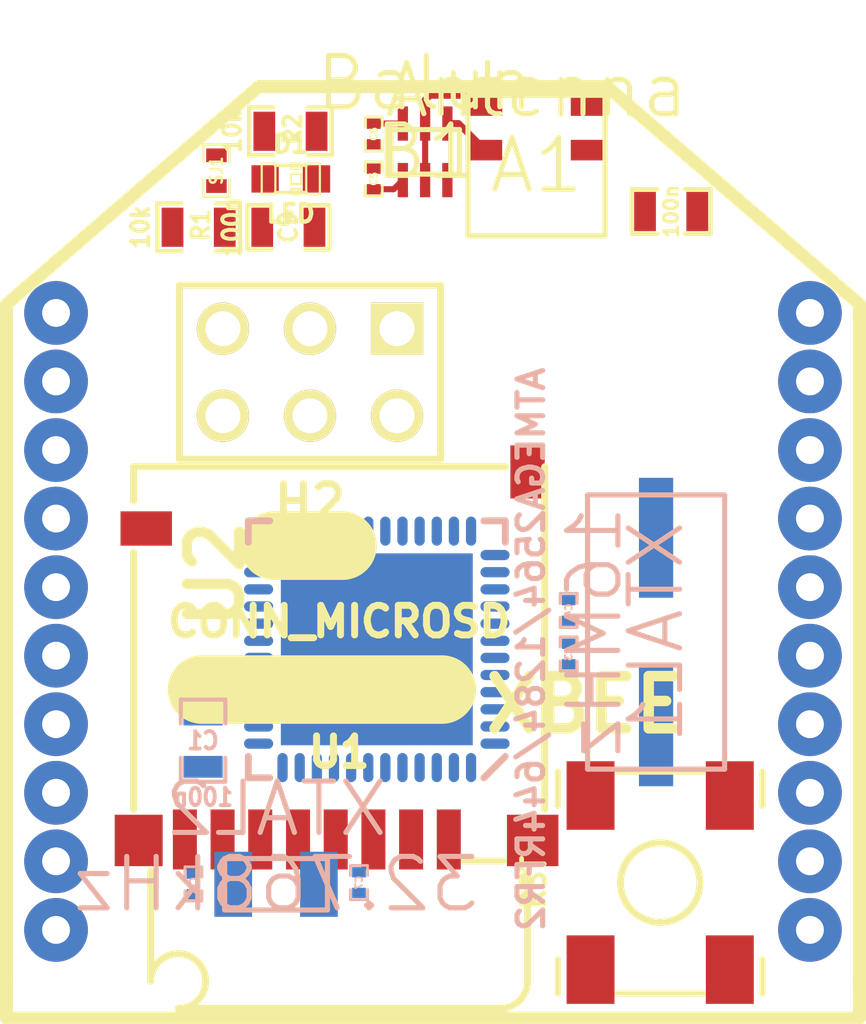
<source format=kicad_pcb>
(kicad_pcb (version 3) (host pcbnew "(2013-mar-13)-testing")

  (general
    (links 75)
    (no_connects 70)
    (area 135.750299 96.28 161.429701 126.377701)
    (thickness 1.6)
    (drawings 0)
    (tracks 11)
    (zones 0)
    (modules 22)
    (nets 52)
  )

  (page A4)
  (layers
    (15 F.Cu signal)
    (0 B.Cu signal)
    (16 B.Adhes user hide)
    (17 F.Adhes user hide)
    (18 B.Paste user)
    (19 F.Paste user)
    (20 B.SilkS user)
    (21 F.SilkS user)
    (22 B.Mask user)
    (23 F.Mask user hide)
    (24 Dwgs.User user hide)
    (25 Cmts.User user hide)
    (26 Eco1.User user hide)
    (27 Eco2.User user hide)
    (28 Edge.Cuts user hide)
  )

  (setup
    (last_trace_width 0.2032)
    (trace_clearance 0.2032)
    (zone_clearance 0.508)
    (zone_45_only yes)
    (trace_min 0.1778)
    (segment_width 0.2)
    (edge_width 0.15)
    (via_size 0.889)
    (via_drill 0.635)
    (via_min_size 0.889)
    (via_min_drill 0.508)
    (uvia_size 0.508)
    (uvia_drill 0.127)
    (uvias_allowed yes)
    (uvia_min_size 0.508)
    (uvia_min_drill 0.127)
    (pcb_text_width 0.3)
    (pcb_text_size 1.5 1.5)
    (mod_edge_width 0.15)
    (mod_text_size 1.5 1.5)
    (mod_text_width 0.15)
    (pad_size 1.85928 1.85928)
    (pad_drill 0.8128)
    (pad_to_mask_clearance 0.2)
    (aux_axis_origin 0 0)
    (visible_elements FFFFE71F)
    (pcbplotparams
      (layerselection 3178497)
      (usegerberextensions true)
      (excludeedgelayer true)
      (linewidth 0.150000)
      (plotframeref false)
      (viasonmask false)
      (mode 1)
      (useauxorigin false)
      (hpglpennumber 1)
      (hpglpenspeed 20)
      (hpglpendiameter 15)
      (hpglpenoverlay 2)
      (psnegative false)
      (psa4output false)
      (plotreference true)
      (plotvalue true)
      (plotothertext true)
      (plotinvisibletext false)
      (padsonsilk false)
      (subtractmaskfromsilk false)
      (outputformat 1)
      (mirror false)
      (drillshape 1)
      (scaleselection 1)
      (outputdirectory ""))
  )

  (net 0 "")
  (net 1 +3.3V)
  (net 2 GND)
  (net 3 MISO)
  (net 4 MOSI)
  (net 5 N-000001)
  (net 6 N-0000012)
  (net 7 N-0000016)
  (net 8 N-0000017)
  (net 9 N-0000018)
  (net 10 N-0000019)
  (net 11 N-0000024)
  (net 12 N-0000025)
  (net 13 N-0000027)
  (net 14 N-0000028)
  (net 15 N-0000032)
  (net 16 N-0000035)
  (net 17 N-0000036)
  (net 18 N-0000037)
  (net 19 N-0000038)
  (net 20 N-0000039)
  (net 21 N-000004)
  (net 22 N-0000040)
  (net 23 N-0000041)
  (net 24 N-0000042)
  (net 25 N-0000043)
  (net 26 N-0000044)
  (net 27 N-0000049)
  (net 28 N-000005)
  (net 29 N-0000050)
  (net 30 N-0000052)
  (net 31 NC)
  (net 32 PB4)
  (net 33 PB5)
  (net 34 PB6)
  (net 35 PE2)
  (net 36 PE3)
  (net 37 PE4)
  (net 38 PE5)
  (net 39 PF0)
  (net 40 PF1)
  (net 41 PF2)
  (net 42 PF3-4)
  (net 43 PF5)
  (net 44 PF6)
  (net 45 PF7)
  (net 46 RX)
  (net 47 Reset)
  (net 48 SCK)
  (net 49 SCL)
  (net 50 SDA)
  (net 51 TX)

  (net_class Default "This is the default net class."
    (clearance 0.2032)
    (trace_width 0.2032)
    (via_dia 0.889)
    (via_drill 0.635)
    (uvia_dia 0.508)
    (uvia_drill 0.127)
    (add_net "")
    (add_net +3.3V)
    (add_net GND)
    (add_net N-000001)
    (add_net N-0000012)
    (add_net N-0000017)
    (add_net N-0000018)
    (add_net N-0000019)
    (add_net N-0000024)
    (add_net N-0000025)
    (add_net N-0000027)
    (add_net N-0000028)
    (add_net N-0000032)
    (add_net N-0000035)
    (add_net N-0000036)
    (add_net N-0000037)
    (add_net N-0000038)
    (add_net N-0000039)
    (add_net N-000004)
    (add_net N-0000040)
    (add_net N-0000041)
    (add_net N-0000042)
    (add_net N-0000043)
    (add_net N-0000044)
    (add_net N-0000049)
    (add_net N-000005)
    (add_net N-0000052)
    (add_net NC)
    (add_net PB6)
    (add_net PE2)
    (add_net PF0)
    (add_net PF1)
    (add_net PF2)
    (add_net PF3-4)
    (add_net PF5)
    (add_net PF6)
    (add_net PF7)
    (add_net Reset)
    (add_net SCK)
    (add_net SCL)
    (add_net SDA)
  )

  (net_class uCPad ""
    (clearance 0.1778)
    (trace_width 0.1778)
    (via_dia 0.889)
    (via_drill 0.635)
    (uvia_dia 0.508)
    (uvia_drill 0.127)
    (add_net MISO)
    (add_net MOSI)
    (add_net N-0000016)
    (add_net N-0000050)
    (add_net PB4)
    (add_net PB5)
    (add_net PE3)
    (add_net PE4)
    (add_net PE5)
    (add_net RX)
    (add_net TX)
  )

  (module Switch_SMT_EVQ (layer F.Cu) (tedit 51C3E7B6) (tstamp 51C3A765)
    (at 155.22 122.03 90)
    (descr "EVQ-Q2F03W Compatible")
    (tags "Switch SMT")
    (path /51BB1BEA)
    (attr smd)
    (fp_text reference SW1 (at 0 0 90) (layer F.SilkS) hide
      (effects (font (size 0.7112 0.4572) (thickness 0.1016)))
    )
    (fp_text value RST (at 0 -3.683 90) (layer F.SilkS)
      (effects (font (size 0.6604 0.5588) (thickness 0.1397)))
    )
    (fp_line (start -2.24028 2.98704) (end -3.23596 2.98704) (layer F.SilkS) (width 0.1778))
    (fp_line (start 3.23596 2.98704) (end 2.24028 2.98704) (layer F.SilkS) (width 0.1778))
    (fp_line (start -3.23596 -2.98704) (end -2.24028 -2.98704) (layer F.SilkS) (width 0.1778))
    (fp_line (start 3.23596 -2.98704) (end 2.24028 -2.98704) (layer F.SilkS) (width 0.1778))
    (fp_line (start -3.23596 -1.2446) (end -3.23596 1.2446) (layer F.SilkS) (width 0.1778))
    (fp_line (start 3.23596 1.2446) (end 3.23596 -1.2446) (layer F.SilkS) (width 0.1778))
    (fp_circle (center 0 0) (end 1.143 0.1905) (layer F.SilkS) (width 0.2032))
    (pad "" smd rect (at 2.54 -2.032 90) (size 1.99898 1.39954)
      (layers F.Cu F.Paste F.Mask)
    )
    (pad "" smd rect (at 2.54 2.032 90) (size 1.99898 1.39954)
      (layers F.Cu F.Paste F.Mask)
    )
    (pad 1 smd rect (at -2.54 -2.032 90) (size 1.99898 1.39954)
      (layers F.Cu F.Paste F.Mask)
      (net 2 GND)
    )
    (pad 2 smd rect (at -2.54 2.032 90) (size 1.99898 1.39954)
      (layers F.Cu F.Paste F.Mask)
      (net 47 Reset)
    )
  )

  (module Memory_Card_microSD_DM3D-SF-NCPads (layer F.Cu) (tedit 51C16CE3) (tstamp 51BB2D3E)
    (at 145.85 121.4)
    (tags "Hirose DM3D-SF CONN microSD R/A Push-Pull SMD")
    (path /51BAA75F)
    (attr smd)
    (fp_text reference U1 (at 0 -3.175) (layer F.SilkS)
      (effects (font (size 0.8636 0.8636) (thickness 0.2032)))
    )
    (fp_text value CONN_MICROSD (at 0 -6.985) (layer F.SilkS)
      (effects (font (size 0.8636 0.8636) (thickness 0.2032)))
    )
    (fp_line (start -5.99948 -11.50112) (end 4.84886 -11.50112) (layer F.SilkS) (width 0.2032))
    (fp_arc (start -4.69646 3.5052) (end -5.49656 3.5052) (angle 270) (layer F.SilkS) (width 0.2032))
    (fp_line (start -5.99948 -7.00024) (end -5.99948 -8.99922) (layer F.SilkS) (width 0.2032))
    (fp_line (start 5.99948 -9.6012) (end 5.99948 -1.50114) (layer F.SilkS) (width 0.2032))
    (fp_line (start 5.4991 3.50012) (end 5.4991 0.29972) (layer F.SilkS) (width 0.2032))
    (fp_line (start -4.699 4.30022) (end 4.699 4.30022) (layer F.SilkS) (width 0.2032))
    (fp_line (start -5.4991 3.50012) (end -5.4991 0.29972) (layer F.SilkS) (width 0.2032))
    (fp_arc (start 4.70154 3.50266) (end 5.50164 3.50266) (angle 90) (layer F.SilkS) (width 0.2032))
    (fp_line (start 4.8006 0) (end 3.64998 0) (layer F.SilkS) (width 0.2032))
    (fp_line (start 5.99948 -9.99998) (end 5.99948 -9.64946) (layer F.SilkS) (width 0.2032))
    (fp_line (start 5.99948 -9.99998) (end 5.99948 -11.50112) (layer F.SilkS) (width 0.2032))
    (fp_line (start -5.99948 -10.50036) (end -5.99948 -11.50112) (layer F.SilkS) (width 0.2032))
    (fp_line (start -5.99948 -1.50114) (end -5.99948 -7.00024) (layer F.SilkS) (width 0.2032))
    (fp_line (start -1.89992 -9.19988) (end 0.09906 -9.19988) (layer F.SilkS) (width 1.99898))
    (fp_line (start 2.99974 -5.00126) (end -4.0005 -5.00126) (layer F.SilkS) (width 1.99898))
    (pad 1 smd rect (at 3.2004 -0.62738) (size 0.70104 1.75006)
      (layers F.Cu F.Paste F.Mask)
      (net 28 N-000005)
    )
    (pad 2 smd rect (at 2.10058 -0.62738) (size 0.70104 1.75006)
      (layers F.Cu F.Paste F.Mask)
      (net 35 PE2)
    )
    (pad 3 smd rect (at 1.00076 -0.62738) (size 0.70104 1.75006)
      (layers F.Cu F.Paste F.Mask)
      (net 4 MOSI)
    )
    (pad 4 smd rect (at -0.09906 -0.62738) (size 0.70104 1.75006)
      (layers F.Cu F.Paste F.Mask)
      (net 1 +3.3V)
    )
    (pad 5 smd rect (at -1.19888 -0.62738) (size 0.70104 1.75006)
      (layers F.Cu F.Paste F.Mask)
      (net 48 SCK)
    )
    (pad 6 smd rect (at -2.30124 -0.62738) (size 0.70104 1.75006)
      (layers F.Cu F.Paste F.Mask)
      (net 2 GND)
    )
    (pad 7 smd rect (at -3.40106 -0.62738) (size 0.70104 1.75006)
      (layers F.Cu F.Paste F.Mask)
      (net 3 MISO)
    )
    (pad 8 smd rect (at -4.50088 -0.62738) (size 0.70104 1.75006)
      (layers F.Cu F.Paste F.Mask)
      (net 5 N-000001)
    )
    (pad 10 smd rect (at 5.64896 -0.59944) (size 1.50114 1.50114)
      (layers F.Cu F.Paste F.Mask)
    )
    (pad 9 smd rect (at -5.84962 -0.59944) (size 1.39954 1.50114)
      (layers F.Cu F.Paste F.Mask)
      (net 2 GND)
    )
    (pad 10 smd rect (at -5.62864 -9.70026) (size 1.50114 1.00076)
      (layers F.Cu F.Paste F.Mask)
    )
    (pad 10 smd rect (at 5.4991 -11.35126) (size 1.00076 1.5494)
      (layers F.Cu F.Paste F.Mask)
    )
  )

  (module XBee_Board (layer F.Cu) (tedit 51BF01EB) (tstamp 51C06545)
    (at 148.59 105.41)
    (path /51BAD430)
    (fp_text reference U2 (at -6.35 7.62 90) (layer F.SilkS)
      (effects (font (thickness 0.3048)))
    )
    (fp_text value XBEE (at 4.445 11.43) (layer F.SilkS)
      (effects (font (thickness 0.3048)))
    )
    (fp_line (start -12.446 19.558) (end -12.446 20.574) (layer F.SilkS) (width 0.381))
    (fp_line (start 12.446 19.558) (end 12.446 20.574) (layer F.SilkS) (width 0.381))
    (fp_line (start -12.446 19.558) (end -12.446 -0.254) (layer F.SilkS) (width 0.381))
    (fp_line (start 12.446 0) (end 12.446 -0.254) (layer F.SilkS) (width 0.381))
    (fp_line (start 12.446 19.558) (end 12.446 0) (layer F.SilkS) (width 0.381))
    (fp_line (start -12.446 20.574) (end 12.446 20.574) (layer F.SilkS) (width 0.381))
    (fp_line (start 12.446 -0.254) (end 5.08 -6.604) (layer F.SilkS) (width 0.381))
    (fp_line (start -12.446 -0.254) (end -5.08 -6.604) (layer F.SilkS) (width 0.381))
    (fp_line (start -5.08 -6.604) (end 5.08 -6.604) (layer F.SilkS) (width 0.381))
    (pad 20 thru_hole circle (at 11.00074 0) (size 1.85928 1.85928) (drill 0.8128)
      (layers *.Cu)
      (net 39 PF0)
    )
    (pad 16 thru_hole circle (at 11.00074 8.001) (size 1.85928 1.85928) (drill 0.8128)
      (layers *.Cu)
      (net 44 PF6)
    )
    (pad 14 thru_hole circle (at 11.00074 11.99896) (size 1.85928 1.85928) (drill 0.8128)
      (layers *.Cu)
      (net 38 PE5)
    )
    (pad 15 thru_hole circle (at 11.00074 9.99998) (size 1.85928 1.85928) (drill 0.8128)
      (layers *.Cu)
      (net 43 PF5)
    )
    (pad 18 thru_hole circle (at 11.00074 4.0005) (size 1.85928 1.85928) (drill 0.8128)
      (layers *.Cu)
      (net 41 PF2)
    )
    (pad 17 thru_hole circle (at 11.00074 5.99948) (size 1.85928 1.85928) (drill 0.8128)
      (layers *.Cu)
      (net 42 PF3-4)
    )
    (pad 19 thru_hole circle (at 11.00074 1.99898) (size 1.85928 1.85928) (drill 0.8128)
      (layers *.Cu)
      (net 40 PF1)
    )
    (pad 12 thru_hole circle (at 11.00074 15.99946) (size 1.85928 1.85928) (drill 0.8128)
      (layers *.Cu)
      (net 45 PF7)
    )
    (pad 11 thru_hole circle (at 11.00074 18.00098) (size 1.85928 1.85928) (drill 0.8128)
      (layers *.Cu)
      (net 37 PE4)
    )
    (pad 13 thru_hole circle (at 11.00074 14.00048) (size 1.85928 1.85928) (drill 0.8128)
      (layers *.Cu)
      (net 49 SCL)
    )
    (pad 8 thru_hole circle (at -11.00074 14.00048) (size 1.85928 1.85928) (drill 0.8128)
      (layers *.Cu)
      (net 31 NC)
    )
    (pad 10 thru_hole circle (at -11.00074 18.00098) (size 1.85928 1.85928) (drill 0.8128)
      (layers *.Cu)
      (net 2 GND)
    )
    (pad 9 thru_hole circle (at -11.00074 15.99946) (size 1.85928 1.85928) (drill 0.8128)
      (layers *.Cu)
      (net 50 SDA)
    )
    (pad 2 thru_hole circle (at -11.00074 1.99898) (size 1.85928 1.85928) (drill 0.8128)
      (layers *.Cu)
      (net 51 TX)
    )
    (pad 4 thru_hole circle (at -11.00074 5.99948) (size 1.85928 1.85928) (drill 0.8128)
      (layers *.Cu)
      (net 34 PB6)
    )
    (pad 3 thru_hole circle (at -11.00074 4.0005) (size 1.85928 1.85928) (drill 0.8128)
      (layers *.Cu)
      (net 46 RX)
    )
    (pad 6 thru_hole circle (at -11.00074 9.99998) (size 1.85928 1.85928) (drill 0.8128)
      (layers *.Cu)
      (net 33 PB5)
    )
    (pad 7 thru_hole circle (at -11.00074 11.99896) (size 1.85928 1.85928) (drill 0.8128)
      (layers *.Cu)
      (net 32 PB4)
    )
    (pad 5 thru_hole circle (at -11.00074 8.001) (size 1.85928 1.85928) (drill 0.8128)
      (layers *.Cu)
      (net 47 Reset)
    )
    (pad 1 thru_hole circle (at -11.00074 0) (size 1.85928 1.85928) (drill 0.8128)
      (layers *.Cu)
      (net 1 +3.3V)
    )
    (model Radio/Xbee_patch.wrl
      (at (xyz 0 0 0))
      (scale (xyz 1 1 1))
      (rotate (xyz 270 0 0))
    )
  )

  (module 0603_Opendous (layer F.Cu) (tedit 4D41427C) (tstamp 51BB2BFF)
    (at 155.54 102.45)
    (path /51BB0317)
    (attr smd)
    (fp_text reference C2 (at 0.32512 0 90) (layer F.SilkS) hide
      (effects (font (size 0.127 0.127) (thickness 0.00254)))
    )
    (fp_text value 100n (at 0 0 90) (layer F.SilkS)
      (effects (font (size 0.4064 0.4064) (thickness 0.1016)))
    )
    (fp_line (start -0.39878 -0.65024) (end -1.15062 -0.65024) (layer F.SilkS) (width 0.127))
    (fp_line (start -1.15062 -0.65024) (end -1.15062 0.65024) (layer F.SilkS) (width 0.127))
    (fp_line (start -1.15062 0.65024) (end -0.39878 0.65024) (layer F.SilkS) (width 0.127))
    (fp_line (start 1.15062 -0.65024) (end 1.15062 0.65024) (layer F.SilkS) (width 0.127))
    (fp_line (start 1.15062 -0.65024) (end 0.39878 -0.65024) (layer F.SilkS) (width 0.127))
    (fp_line (start 1.15062 0.65024) (end 0.39878 0.65024) (layer F.SilkS) (width 0.127))
    (pad 1 smd rect (at -0.762 0) (size 0.635 1.143)
      (layers F.Cu F.Paste F.Mask)
      (net 2 GND)
    )
    (pad 2 smd rect (at 0.762 0) (size 0.635 1.143)
      (layers F.Cu F.Paste F.Mask)
      (net 24 N-0000042)
    )
    (model smd/chip_cms.wrl
      (at (xyz 0 0 0))
      (scale (xyz 0.08 0.08 0.08))
      (rotate (xyz 0 0 0))
    )
  )

  (module SM0603_Resistor (layer F.Cu) (tedit 5051B21B) (tstamp 51C2E21D)
    (at 141.75 102.91)
    (path /51BB1C5E)
    (attr smd)
    (fp_text reference R1 (at 0.0635 -0.0635 90) (layer F.SilkS)
      (effects (font (size 0.50038 0.4572) (thickness 0.1143)))
    )
    (fp_text value 10k (at -1.69926 0 90) (layer F.SilkS)
      (effects (font (size 0.508 0.4572) (thickness 0.1143)))
    )
    (fp_line (start -0.50038 -0.6985) (end -1.2065 -0.6985) (layer F.SilkS) (width 0.127))
    (fp_line (start -1.2065 -0.6985) (end -1.2065 0.6985) (layer F.SilkS) (width 0.127))
    (fp_line (start -1.2065 0.6985) (end -0.50038 0.6985) (layer F.SilkS) (width 0.127))
    (fp_line (start 1.2065 -0.6985) (end 0.50038 -0.6985) (layer F.SilkS) (width 0.127))
    (fp_line (start 1.2065 -0.6985) (end 1.2065 0.6985) (layer F.SilkS) (width 0.127))
    (fp_line (start 1.2065 0.6985) (end 0.50038 0.6985) (layer F.SilkS) (width 0.127))
    (pad 1 smd rect (at -0.762 0) (size 0.635 1.143)
      (layers F.Cu F.Paste F.Mask)
      (net 1 +3.3V)
    )
    (pad 2 smd rect (at 0.762 0) (size 0.635 1.143)
      (layers F.Cu F.Paste F.Mask)
      (net 47 Reset)
    )
    (model smd\resistors\R0603.wrl
      (at (xyz 0 0 0.001))
      (scale (xyz 0.5 0.5 0.5))
      (rotate (xyz 0 0 0))
    )
  )

  (module CSM-3X (layer B.Cu) (tedit 51BEAA3B) (tstamp 51BF8445)
    (at 155.1 114.72 270)
    (path /51BB0547)
    (fp_text reference XTAL1 (at 0 0 270) (layer B.SilkS)
      (effects (font (size 1.5 1.5) (thickness 0.15)) (justify mirror))
    )
    (fp_text value 16MHz (at 0 1.8 270) (layer B.SilkS)
      (effects (font (size 1.5 1.5) (thickness 0.15)) (justify mirror))
    )
    (fp_line (start -4 2) (end 4 2) (layer B.SilkS) (width 0.15))
    (fp_line (start 4 2) (end 4 -2) (layer B.SilkS) (width 0.15))
    (fp_line (start 4 -2) (end -4 -2) (layer B.SilkS) (width 0.15))
    (fp_line (start -4 -2) (end -4 2) (layer B.SilkS) (width 0.15))
    (pad 1 smd rect (at -2.75 0 270) (size 3.5 1)
      (layers B.Cu B.Paste B.Mask)
      (net 30 N-0000052)
    )
    (pad 2 smd rect (at 2.75 0 270) (size 3.5 1)
      (layers B.Cu B.Paste B.Mask)
      (net 25 N-0000043)
    )
  )

  (module 2450AT18D0100 (layer F.Cu) (tedit 51BF0027) (tstamp 51C1B5FC)
    (at 151.61 101.11)
    (path /51BF012F)
    (fp_text reference A1 (at 0 0) (layer F.SilkS)
      (effects (font (size 1.5 1.5) (thickness 0.15)))
    )
    (fp_text value Antenna (at 0 -2.2) (layer F.SilkS)
      (effects (font (size 1.5 1.5) (thickness 0.15)))
    )
    (fp_line (start -2 0) (end -2 -2.05) (layer F.SilkS) (width 0.15))
    (fp_line (start -2 -2.05) (end 2 -2.05) (layer F.SilkS) (width 0.15))
    (fp_line (start 2 -2.05) (end 2 2.05) (layer F.SilkS) (width 0.15))
    (fp_line (start 2 2.05) (end -2 2.05) (layer F.SilkS) (width 0.15))
    (fp_line (start -2 2.05) (end -2 0) (layer F.SilkS) (width 0.15))
    (pad 1 smd rect (at -1.5 -0.45) (size 1 0.6)
      (layers F.Cu F.Paste F.Mask)
      (net 10 N-0000019)
    )
    (pad 2 smd rect (at 1.5 -0.45) (size 1 0.6)
      (layers F.Cu F.Paste F.Mask)
      (net 2 GND)
    )
    (pad 2 smd rect (at 1.5 -1.75) (size 1 0.6)
      (layers F.Cu F.Paste F.Mask)
      (net 2 GND)
    )
    (pad 2 smd rect (at -1.5 -1.75) (size 1 0.6)
      (layers F.Cu F.Paste F.Mask)
      (net 2 GND)
    )
  )

  (module "Wuerth 748421245" (layer F.Cu) (tedit 51BEB766) (tstamp 51C1B60A)
    (at 148.36 100.71)
    (path /51BB20BE)
    (fp_text reference B1 (at 0 0) (layer F.SilkS)
      (effects (font (size 1.5 1.5) (thickness 0.15)))
    )
    (fp_text value Balun (at 0 -2) (layer F.SilkS)
      (effects (font (size 1.5 1.5) (thickness 0.15)))
    )
    (fp_line (start -1 -0.65) (end 1 -0.65) (layer F.SilkS) (width 0.15))
    (fp_line (start 1 -0.65) (end 1 0.65) (layer F.SilkS) (width 0.15))
    (fp_line (start 1 0.65) (end -1 0.65) (layer F.SilkS) (width 0.15))
    (fp_line (start -1 0.65) (end -1 -0.65) (layer F.SilkS) (width 0.15))
    (pad 1 smd rect (at 0.65 -0.825) (size 0.3 1)
      (layers F.Cu F.Paste F.Mask)
      (net 10 N-0000019)
    )
    (pad 2 smd rect (at 0 -0.825) (size 0.3 1)
      (layers F.Cu F.Paste F.Mask)
      (net 2 GND)
    )
    (pad 3 smd rect (at -0.65 -0.825) (size 0.3 1)
      (layers F.Cu F.Paste F.Mask)
      (net 8 N-0000017)
    )
    (pad 4 smd rect (at -0.65 0.825) (size 0.3 1)
      (layers F.Cu F.Paste F.Mask)
      (net 9 N-0000018)
    )
    (pad 5 smd rect (at 0 0.825) (size 0.3 1)
      (layers F.Cu F.Paste F.Mask)
      (net 2 GND)
    )
    (pad 6 smd rect (at 0.65 0.825) (size 0.3 1)
      (layers F.Cu F.Paste F.Mask)
      (net 21 N-000004)
    )
  )

  (module SM0603_Capa (layer B.Cu) (tedit 5051B1EC) (tstamp 51C262A1)
    (at 141.88 117.89 90)
    (path /51BB02F2)
    (attr smd)
    (fp_text reference C1 (at 0 0 360) (layer B.SilkS)
      (effects (font (size 0.508 0.4572) (thickness 0.1143)) (justify mirror))
    )
    (fp_text value 100n (at -1.651 0 360) (layer B.SilkS)
      (effects (font (size 0.508 0.4572) (thickness 0.1143)) (justify mirror))
    )
    (fp_line (start 0.50038 -0.65024) (end 1.19888 -0.65024) (layer B.SilkS) (width 0.11938))
    (fp_line (start -0.50038 -0.65024) (end -1.19888 -0.65024) (layer B.SilkS) (width 0.11938))
    (fp_line (start 0.50038 0.65024) (end 1.19888 0.65024) (layer B.SilkS) (width 0.11938))
    (fp_line (start -1.19888 0.65024) (end -0.50038 0.65024) (layer B.SilkS) (width 0.11938))
    (fp_line (start 1.19888 0.635) (end 1.19888 -0.635) (layer B.SilkS) (width 0.11938))
    (fp_line (start -1.19888 -0.635) (end -1.19888 0.635) (layer B.SilkS) (width 0.11938))
    (pad 1 smd rect (at -0.762 0 90) (size 0.635 1.143)
      (layers B.Cu B.Paste B.Mask)
      (net 2 GND)
    )
    (pad 2 smd rect (at 0.762 0 90) (size 0.635 1.143)
      (layers B.Cu B.Paste B.Mask)
      (net 26 N-0000044)
    )
    (model smd\capacitors\C0603.wrl
      (at (xyz 0 0 0.001))
      (scale (xyz 0.5 0.5 0.5))
      (rotate (xyz 0 0 0))
    )
  )

  (module SM0201_r (layer B.Cu) (tedit 5141B606) (tstamp 51C1B623)
    (at 146.43 122.03 270)
    (path /51BE8D06)
    (attr smd)
    (fp_text reference C7 (at 0 0 270) (layer B.SilkS)
      (effects (font (size 0.2 0.2) (thickness 0.05)) (justify mirror))
    )
    (fp_text value 22p (at 0 0 270) (layer B.SilkS) hide
      (effects (font (size 0.2 0.2) (thickness 0.05)) (justify mirror))
    )
    (fp_line (start 0.2 0.25) (end 0.45 0.25) (layer B.SilkS) (width 0.08))
    (fp_line (start 0.45 0.25) (end 0.5 0.25) (layer B.SilkS) (width 0.08))
    (fp_line (start 0.5 0.25) (end 0.5 -0.25) (layer B.SilkS) (width 0.08))
    (fp_line (start 0.5 -0.25) (end 0.2 -0.25) (layer B.SilkS) (width 0.08))
    (fp_line (start -0.2 0.25) (end -0.5 0.25) (layer B.SilkS) (width 0.08))
    (fp_line (start -0.5 0.25) (end -0.5 -0.25) (layer B.SilkS) (width 0.08))
    (fp_line (start -0.5 -0.25) (end -0.2 -0.25) (layer B.SilkS) (width 0.08))
    (pad 1 smd rect (at -0.3 0 270) (size 0.3 0.4)
      (layers B.Cu B.Paste B.Mask)
      (net 7 N-0000016)
    )
    (pad 2 smd rect (at 0.3 0 270) (size 0.3 0.4)
      (layers B.Cu B.Paste B.Mask)
      (net 2 GND)
    )
    (model smd/resistors/R0201.wrl
      (at (xyz 0 0 0))
      (scale (xyz 0.18 0.18 0.18))
      (rotate (xyz 0 0 0))
    )
  )

  (module SM0201_r (layer B.Cu) (tedit 5141B606) (tstamp 51C1B630)
    (at 141.6 122.07 270)
    (path /51BE8D1F)
    (attr smd)
    (fp_text reference C8 (at 0 0 270) (layer B.SilkS)
      (effects (font (size 0.2 0.2) (thickness 0.05)) (justify mirror))
    )
    (fp_text value 22p (at 0 0 270) (layer B.SilkS) hide
      (effects (font (size 0.2 0.2) (thickness 0.05)) (justify mirror))
    )
    (fp_line (start 0.2 0.25) (end 0.45 0.25) (layer B.SilkS) (width 0.08))
    (fp_line (start 0.45 0.25) (end 0.5 0.25) (layer B.SilkS) (width 0.08))
    (fp_line (start 0.5 0.25) (end 0.5 -0.25) (layer B.SilkS) (width 0.08))
    (fp_line (start 0.5 -0.25) (end 0.2 -0.25) (layer B.SilkS) (width 0.08))
    (fp_line (start -0.2 0.25) (end -0.5 0.25) (layer B.SilkS) (width 0.08))
    (fp_line (start -0.5 0.25) (end -0.5 -0.25) (layer B.SilkS) (width 0.08))
    (fp_line (start -0.5 -0.25) (end -0.2 -0.25) (layer B.SilkS) (width 0.08))
    (pad 1 smd rect (at -0.3 0 270) (size 0.3 0.4)
      (layers B.Cu B.Paste B.Mask)
      (net 6 N-0000012)
    )
    (pad 2 smd rect (at 0.3 0 270) (size 0.3 0.4)
      (layers B.Cu B.Paste B.Mask)
      (net 2 GND)
    )
    (model smd/resistors/R0201.wrl
      (at (xyz 0 0 0))
      (scale (xyz 0.18 0.18 0.18))
      (rotate (xyz 0 0 0))
    )
  )

  (module pin_array_3x2 (layer F.Cu) (tedit 42931587) (tstamp 51C7DCD9)
    (at 145 107.14 180)
    (descr "Double rangee de contacts 2 x 4 pins")
    (tags CONN)
    (path /51BE9A19)
    (fp_text reference H2 (at 0 -3.81 180) (layer F.SilkS)
      (effects (font (size 1.016 1.016) (thickness 0.2032)))
    )
    (fp_text value ICSP (at 0 3.81 180) (layer F.SilkS) hide
      (effects (font (size 1.016 1.016) (thickness 0.2032)))
    )
    (fp_line (start 3.81 2.54) (end -3.81 2.54) (layer F.SilkS) (width 0.2032))
    (fp_line (start -3.81 -2.54) (end 3.81 -2.54) (layer F.SilkS) (width 0.2032))
    (fp_line (start 3.81 -2.54) (end 3.81 2.54) (layer F.SilkS) (width 0.2032))
    (fp_line (start -3.81 2.54) (end -3.81 -2.54) (layer F.SilkS) (width 0.2032))
    (pad 1 thru_hole rect (at -2.54 1.27 180) (size 1.524 1.524) (drill 1.016)
      (layers *.Cu *.Mask F.SilkS)
      (net 3 MISO)
    )
    (pad 2 thru_hole circle (at -2.54 -1.27 180) (size 1.524 1.524) (drill 1.016)
      (layers *.Cu *.Mask F.SilkS)
      (net 1 +3.3V)
    )
    (pad 3 thru_hole circle (at 0 1.27 180) (size 1.524 1.524) (drill 1.016)
      (layers *.Cu *.Mask F.SilkS)
      (net 48 SCK)
    )
    (pad 4 thru_hole circle (at 0 -1.27 180) (size 1.524 1.524) (drill 1.016)
      (layers *.Cu *.Mask F.SilkS)
      (net 4 MOSI)
    )
    (pad 5 thru_hole circle (at 2.54 1.27 180) (size 1.524 1.524) (drill 1.016)
      (layers *.Cu *.Mask F.SilkS)
      (net 47 Reset)
    )
    (pad 6 thru_hole circle (at 2.54 -1.27 180) (size 1.524 1.524) (drill 1.016)
      (layers *.Cu *.Mask F.SilkS)
      (net 2 GND)
    )
    (model pin_array/pins_array_3x2.wrl
      (at (xyz 0 0 0))
      (scale (xyz 1 1 1))
      (rotate (xyz 0 0 0))
    )
  )

  (module SM0603_Resistor (layer F.Cu) (tedit 5051B21B) (tstamp 51C2DF99)
    (at 144.43 100.11)
    (path /51BB1522)
    (attr smd)
    (fp_text reference R2 (at 0.0635 -0.0635 90) (layer F.SilkS)
      (effects (font (size 0.50038 0.4572) (thickness 0.1143)))
    )
    (fp_text value 10k (at -1.69926 0 90) (layer F.SilkS)
      (effects (font (size 0.508 0.4572) (thickness 0.1143)))
    )
    (fp_line (start -0.50038 -0.6985) (end -1.2065 -0.6985) (layer F.SilkS) (width 0.127))
    (fp_line (start -1.2065 -0.6985) (end -1.2065 0.6985) (layer F.SilkS) (width 0.127))
    (fp_line (start -1.2065 0.6985) (end -0.50038 0.6985) (layer F.SilkS) (width 0.127))
    (fp_line (start 1.2065 -0.6985) (end 0.50038 -0.6985) (layer F.SilkS) (width 0.127))
    (fp_line (start 1.2065 -0.6985) (end 1.2065 0.6985) (layer F.SilkS) (width 0.127))
    (fp_line (start 1.2065 0.6985) (end 0.50038 0.6985) (layer F.SilkS) (width 0.127))
    (pad 1 smd rect (at -0.762 0) (size 0.635 1.143)
      (layers F.Cu F.Paste F.Mask)
      (net 12 N-0000025)
    )
    (pad 2 smd rect (at 0.762 0) (size 0.635 1.143)
      (layers F.Cu F.Paste F.Mask)
      (net 11 N-0000024)
    )
    (model smd\resistors\R0603.wrl
      (at (xyz 0 0 0.001))
      (scale (xyz 0.5 0.5 0.5))
      (rotate (xyz 0 0 0))
    )
  )

  (module SM0402 (layer F.Cu) (tedit 50A4E0BA) (tstamp 51C7DEB9)
    (at 142.27 101.26 90)
    (path /51C12882)
    (attr smd)
    (fp_text reference SJ1 (at 0 0 90) (layer F.SilkS)
      (effects (font (size 0.35052 0.3048) (thickness 0.07112)))
    )
    (fp_text value SMTJPR (at 0.09906 0 90) (layer F.SilkS) hide
      (effects (font (size 0.35052 0.3048) (thickness 0.07112)))
    )
    (fp_line (start -0.254 -0.381) (end -0.762 -0.381) (layer F.SilkS) (width 0.07112))
    (fp_line (start -0.762 -0.381) (end -0.762 0.381) (layer F.SilkS) (width 0.07112))
    (fp_line (start -0.762 0.381) (end -0.254 0.381) (layer F.SilkS) (width 0.07112))
    (fp_line (start 0.254 -0.381) (end 0.762 -0.381) (layer F.SilkS) (width 0.07112))
    (fp_line (start 0.762 -0.381) (end 0.762 0.381) (layer F.SilkS) (width 0.07112))
    (fp_line (start 0.762 0.381) (end 0.254 0.381) (layer F.SilkS) (width 0.07112))
    (pad 1 smd rect (at -0.44958 0 90) (size 0.39878 0.59944)
      (layers F.Cu F.Paste F.Mask)
      (net 1 +3.3V)
    )
    (pad 2 smd rect (at 0.44958 0 90) (size 0.39878 0.59944)
      (layers F.Cu F.Paste F.Mask)
      (net 12 N-0000025)
    )
    (model smd\chip_cms.wrl
      (at (xyz 0 0 0.002))
      (scale (xyz 0.05 0.05 0.05))
      (rotate (xyz 0 0 0))
    )
  )

  (module SM0201_r (layer B.Cu) (tedit 5141B606) (tstamp 51BB2C13)
    (at 152.55 114.09 90)
    (path /51BB05DD)
    (attr smd)
    (fp_text reference C4 (at 0 0 90) (layer B.SilkS)
      (effects (font (size 0.2 0.2) (thickness 0.05)) (justify mirror))
    )
    (fp_text value 39p (at 0 0 90) (layer B.SilkS) hide
      (effects (font (size 0.2 0.2) (thickness 0.05)) (justify mirror))
    )
    (fp_line (start 0.2 0.25) (end 0.45 0.25) (layer B.SilkS) (width 0.08))
    (fp_line (start 0.45 0.25) (end 0.5 0.25) (layer B.SilkS) (width 0.08))
    (fp_line (start 0.5 0.25) (end 0.5 -0.25) (layer B.SilkS) (width 0.08))
    (fp_line (start 0.5 -0.25) (end 0.2 -0.25) (layer B.SilkS) (width 0.08))
    (fp_line (start -0.2 0.25) (end -0.5 0.25) (layer B.SilkS) (width 0.08))
    (fp_line (start -0.5 0.25) (end -0.5 -0.25) (layer B.SilkS) (width 0.08))
    (fp_line (start -0.5 -0.25) (end -0.2 -0.25) (layer B.SilkS) (width 0.08))
    (pad 1 smd rect (at -0.3 0 90) (size 0.3 0.4)
      (layers B.Cu B.Paste B.Mask)
      (net 30 N-0000052)
    )
    (pad 2 smd rect (at 0.3 0 90) (size 0.3 0.4)
      (layers B.Cu B.Paste B.Mask)
      (net 2 GND)
    )
    (model smd/resistors/R0201.wrl
      (at (xyz 0 0 0))
      (scale (xyz 0.18 0.18 0.18))
      (rotate (xyz 0 0 0))
    )
  )

  (module SM0201_r (layer B.Cu) (tedit 5141B606) (tstamp 51BB2C09)
    (at 152.55 115.36 270)
    (path /51BB05D0)
    (attr smd)
    (fp_text reference C3 (at 0 0 270) (layer B.SilkS)
      (effects (font (size 0.2 0.2) (thickness 0.05)) (justify mirror))
    )
    (fp_text value 39p (at 0 0 270) (layer B.SilkS) hide
      (effects (font (size 0.2 0.2) (thickness 0.05)) (justify mirror))
    )
    (fp_line (start 0.2 0.25) (end 0.45 0.25) (layer B.SilkS) (width 0.08))
    (fp_line (start 0.45 0.25) (end 0.5 0.25) (layer B.SilkS) (width 0.08))
    (fp_line (start 0.5 0.25) (end 0.5 -0.25) (layer B.SilkS) (width 0.08))
    (fp_line (start 0.5 -0.25) (end 0.2 -0.25) (layer B.SilkS) (width 0.08))
    (fp_line (start -0.2 0.25) (end -0.5 0.25) (layer B.SilkS) (width 0.08))
    (fp_line (start -0.5 0.25) (end -0.5 -0.25) (layer B.SilkS) (width 0.08))
    (fp_line (start -0.5 -0.25) (end -0.2 -0.25) (layer B.SilkS) (width 0.08))
    (pad 1 smd rect (at -0.3 0 270) (size 0.3 0.4)
      (layers B.Cu B.Paste B.Mask)
      (net 25 N-0000043)
    )
    (pad 2 smd rect (at 0.3 0 270) (size 0.3 0.4)
      (layers B.Cu B.Paste B.Mask)
      (net 2 GND)
    )
    (model smd/resistors/R0201.wrl
      (at (xyz 0 0 0))
      (scale (xyz 0.18 0.18 0.18))
      (rotate (xyz 0 0 0))
    )
  )

  (module SM0201_r (layer F.Cu) (tedit 5141B606) (tstamp 51BB2C23)
    (at 146.86 100.19 270)
    (path /51BB0A79)
    (attr smd)
    (fp_text reference C6 (at 0 0 270) (layer F.SilkS)
      (effects (font (size 0.2 0.2) (thickness 0.05)))
    )
    (fp_text value 22p (at 0 0 270) (layer F.SilkS) hide
      (effects (font (size 0.2 0.2) (thickness 0.05)))
    )
    (fp_line (start 0.2 -0.25) (end 0.45 -0.25) (layer F.SilkS) (width 0.08))
    (fp_line (start 0.45 -0.25) (end 0.5 -0.25) (layer F.SilkS) (width 0.08))
    (fp_line (start 0.5 -0.25) (end 0.5 0.25) (layer F.SilkS) (width 0.08))
    (fp_line (start 0.5 0.25) (end 0.2 0.25) (layer F.SilkS) (width 0.08))
    (fp_line (start -0.2 -0.25) (end -0.5 -0.25) (layer F.SilkS) (width 0.08))
    (fp_line (start -0.5 -0.25) (end -0.5 0.25) (layer F.SilkS) (width 0.08))
    (fp_line (start -0.5 0.25) (end -0.2 0.25) (layer F.SilkS) (width 0.08))
    (pad 1 smd rect (at -0.3 0 270) (size 0.3 0.4)
      (layers F.Cu F.Paste F.Mask)
      (net 8 N-0000017)
    )
    (pad 2 smd rect (at 0.3 0 270) (size 0.3 0.4)
      (layers F.Cu F.Paste F.Mask)
      (net 27 N-0000049)
    )
    (model smd/resistors/R0201.wrl
      (at (xyz 0 0 0))
      (scale (xyz 0.18 0.18 0.18))
      (rotate (xyz 0 0 0))
    )
  )

  (module SM0201_r (layer F.Cu) (tedit 5141B606) (tstamp 51BB2C1B)
    (at 146.86 101.5 90)
    (path /51BB0A6C)
    (attr smd)
    (fp_text reference C5 (at 0 0 90) (layer F.SilkS)
      (effects (font (size 0.2 0.2) (thickness 0.05)))
    )
    (fp_text value 22p (at 0 0 90) (layer F.SilkS) hide
      (effects (font (size 0.2 0.2) (thickness 0.05)))
    )
    (fp_line (start 0.2 -0.25) (end 0.45 -0.25) (layer F.SilkS) (width 0.08))
    (fp_line (start 0.45 -0.25) (end 0.5 -0.25) (layer F.SilkS) (width 0.08))
    (fp_line (start 0.5 -0.25) (end 0.5 0.25) (layer F.SilkS) (width 0.08))
    (fp_line (start 0.5 0.25) (end 0.2 0.25) (layer F.SilkS) (width 0.08))
    (fp_line (start -0.2 -0.25) (end -0.5 -0.25) (layer F.SilkS) (width 0.08))
    (fp_line (start -0.5 -0.25) (end -0.5 0.25) (layer F.SilkS) (width 0.08))
    (fp_line (start -0.5 0.25) (end -0.2 0.25) (layer F.SilkS) (width 0.08))
    (pad 1 smd rect (at -0.3 0 90) (size 0.3 0.4)
      (layers F.Cu F.Paste F.Mask)
      (net 9 N-0000018)
    )
    (pad 2 smd rect (at 0.3 0 90) (size 0.3 0.4)
      (layers F.Cu F.Paste F.Mask)
      (net 29 N-0000050)
    )
    (model smd/resistors/R0201.wrl
      (at (xyz 0 0 0))
      (scale (xyz 0.18 0.18 0.18))
      (rotate (xyz 0 0 0))
    )
  )

  (module QFN50P700X700-49N-MeshThingWPad (layer B.Cu) (tedit 51C150E8) (tstamp 51C2E1AE)
    (at 146.95 115.225 90)
    (path /51BB00C4)
    (attr smd)
    (fp_text reference IC1 (at 0 -4.7498 90) (layer B.SilkS) hide
      (effects (font (size 0.7493 0.7493) (thickness 0.14986)) (justify mirror))
    )
    (fp_text value ATMEGA2564/1284/644RFR2 (at 0 4.50088 90) (layer B.SilkS)
      (effects (font (size 0.7493 0.7493) (thickness 0.14986)) (justify mirror))
    )
    (fp_line (start -3.1242 -3.74904) (end -3.74904 -3.74904) (layer B.SilkS) (width 0.20066))
    (fp_line (start -3.74904 -3.74904) (end -3.74904 -3.1242) (layer B.SilkS) (width 0.20066))
    (fp_line (start 3.74904 -3.1242) (end 3.74904 -3.74904) (layer B.SilkS) (width 0.20066))
    (fp_line (start 3.74904 -3.74904) (end 3.1242 -3.74904) (layer B.SilkS) (width 0.20066))
    (fp_line (start 3.1242 3.74904) (end 3.74904 3.74904) (layer B.SilkS) (width 0.20066))
    (fp_line (start 3.74904 3.74904) (end 3.74904 3.1242) (layer B.SilkS) (width 0.20066))
    (fp_line (start -3.74904 3.1242) (end -3.1242 3.74904) (layer B.SilkS) (width 0.20066))
    (pad 1 smd oval (at -3.44932 2.75082 90) (size 0.8509 0.29972)
      (layers B.Cu B.Paste B.Mask)
      (net 42 PF3-4)
    )
    (pad 2 smd oval (at -3.44932 2.25044 90) (size 0.8509 0.29972)
      (layers B.Cu B.Paste B.Mask)
      (net 43 PF5)
    )
    (pad 3 smd oval (at -3.44932 1.75006 90) (size 0.8509 0.29972)
      (layers B.Cu B.Paste B.Mask)
      (net 44 PF6)
    )
    (pad 4 smd oval (at -3.44932 1.24968 90) (size 0.8509 0.29972)
      (layers B.Cu B.Paste B.Mask)
      (net 45 PF7)
    )
    (pad 5 smd oval (at -3.44932 0.7493 90) (size 0.8509 0.29972)
      (layers B.Cu B.Paste B.Mask)
      (net 2 GND)
    )
    (pad 6 smd oval (at -3.44932 0.24892 90) (size 0.8509 0.29972)
      (layers B.Cu B.Paste B.Mask)
      (net 29 N-0000050)
    )
    (pad 7 smd oval (at -3.44932 -0.24892 90) (size 0.8509 0.29972)
      (layers B.Cu B.Paste B.Mask)
      (net 27 N-0000049)
    )
    (pad 8 smd oval (at -3.44932 -0.7493 90) (size 0.8509 0.29972)
      (layers B.Cu B.Paste B.Mask)
      (net 2 GND)
    )
    (pad 9 smd oval (at -3.44932 -1.24968 90) (size 0.8509 0.29972)
      (layers B.Cu B.Paste B.Mask)
      (net 2 GND)
    )
    (pad 10 smd oval (at -3.44932 -1.75006 90) (size 0.8509 0.29972)
      (layers B.Cu B.Paste B.Mask)
      (net 47 Reset)
    )
    (pad 11 smd oval (at -3.44932 -2.25044 90) (size 0.8509 0.29972)
      (layers B.Cu B.Paste B.Mask)
      (net 15 N-0000032)
    )
    (pad 12 smd oval (at -3.44932 -2.75082 90) (size 0.8509 0.29972)
      (layers B.Cu B.Paste B.Mask)
      (net 7 N-0000016)
    )
    (pad 25 smd oval (at 3.44932 -2.75082 90) (size 0.8509 0.29972)
      (layers B.Cu B.Paste B.Mask)
      (net 2 GND)
    )
    (pad 26 smd oval (at 3.44932 -2.25044 90) (size 0.8509 0.29972)
      (layers B.Cu B.Paste B.Mask)
      (net 14 N-0000028)
    )
    (pad 27 smd oval (at 3.44932 -1.75006 90) (size 0.8509 0.29972)
      (layers B.Cu B.Paste B.Mask)
      (net 48 SCK)
    )
    (pad 28 smd oval (at 3.44932 -1.24968 90) (size 0.8509 0.29972)
      (layers B.Cu B.Paste B.Mask)
      (net 4 MOSI)
    )
    (pad 29 smd oval (at 3.44932 -0.7493 90) (size 0.8509 0.29972)
      (layers B.Cu B.Paste B.Mask)
      (net 3 MISO)
    )
    (pad 30 smd oval (at 3.44932 -0.24892 90) (size 0.8509 0.29972)
      (layers B.Cu B.Paste B.Mask)
      (net 32 PB4)
    )
    (pad 31 smd oval (at 3.44932 0.24892 90) (size 0.8509 0.29972)
      (layers B.Cu B.Paste B.Mask)
      (net 33 PB5)
    )
    (pad 32 smd oval (at 3.44932 0.7493 90) (size 0.8509 0.29972)
      (layers B.Cu B.Paste B.Mask)
      (net 34 PB6)
    )
    (pad 33 smd oval (at 3.44932 1.24968 90) (size 0.8509 0.29972)
      (layers B.Cu B.Paste B.Mask)
      (net 13 N-0000027)
    )
    (pad 34 smd oval (at 3.44932 1.75006 90) (size 0.8509 0.29972)
      (layers B.Cu B.Paste B.Mask)
      (net 22 N-0000040)
    )
    (pad 35 smd oval (at 3.44932 2.25044 90) (size 0.8509 0.29972)
      (layers B.Cu B.Paste B.Mask)
      (net 20 N-0000039)
    )
    (pad 36 smd oval (at 3.44932 2.75082 90) (size 0.8509 0.29972)
      (layers B.Cu B.Paste B.Mask)
      (net 35 PE2)
    )
    (pad 13 smd oval (at -2.75082 -3.44932 90) (size 0.29972 0.8509)
      (layers B.Cu B.Paste B.Mask)
      (net 6 N-0000012)
    )
    (pad 14 smd oval (at -2.25044 -3.44932 90) (size 0.29972 0.8509)
      (layers B.Cu B.Paste B.Mask)
      (net 2 GND)
    )
    (pad 15 smd oval (at -1.75006 -3.44932 90) (size 0.29972 0.8509)
      (layers B.Cu B.Paste B.Mask)
      (net 26 N-0000044)
    )
    (pad 16 smd oval (at -1.24968 -3.44932 90) (size 0.29972 0.8509)
      (layers B.Cu B.Paste B.Mask)
      (net 1 +3.3V)
    )
    (pad 17 smd oval (at -0.7493 -3.44932 90) (size 0.29972 0.8509)
      (layers B.Cu B.Paste B.Mask)
      (net 49 SCL)
    )
    (pad 18 smd oval (at -0.24892 -3.44932 90) (size 0.29972 0.8509)
      (layers B.Cu B.Paste B.Mask)
      (net 50 SDA)
    )
    (pad 19 smd oval (at 0.24892 -3.44932 90) (size 0.29972 0.8509)
      (layers B.Cu B.Paste B.Mask)
      (net 46 RX)
    )
    (pad 20 smd oval (at 0.7493 -3.44932 90) (size 0.29972 0.8509)
      (layers B.Cu B.Paste B.Mask)
      (net 51 TX)
    )
    (pad 21 smd oval (at 1.24968 -3.44932 90) (size 0.29972 0.8509)
      (layers B.Cu B.Paste B.Mask)
      (net 18 N-0000037)
    )
    (pad 22 smd oval (at 1.75006 -3.44932 90) (size 0.29972 0.8509)
      (layers B.Cu B.Paste B.Mask)
      (net 17 N-0000036)
    )
    (pad 23 smd oval (at 2.25044 -3.44932 90) (size 0.29972 0.8509)
      (layers B.Cu B.Paste B.Mask)
      (net 16 N-0000035)
    )
    (pad 24 smd oval (at 2.75082 -3.44932 90) (size 0.29972 0.8509)
      (layers B.Cu B.Paste B.Mask)
      (net 23 N-0000041)
    )
    (pad 37 smd oval (at 2.75082 3.44932 90) (size 0.29972 0.8509)
      (layers B.Cu B.Paste B.Mask)
      (net 36 PE3)
    )
    (pad 38 smd oval (at 2.25044 3.44932 90) (size 0.29972 0.8509)
      (layers B.Cu B.Paste B.Mask)
      (net 37 PE4)
    )
    (pad 39 smd oval (at 1.75006 3.44932 90) (size 0.29972 0.8509)
      (layers B.Cu B.Paste B.Mask)
      (net 38 PE5)
    )
    (pad 40 smd oval (at 1.24968 3.44932 90) (size 0.29972 0.8509)
      (layers B.Cu B.Paste B.Mask)
      (net 19 N-0000038)
    )
    (pad 41 smd oval (at 0.7493 3.44932 90) (size 0.29972 0.8509)
      (layers B.Cu B.Paste B.Mask)
      (net 30 N-0000052)
    )
    (pad 42 smd oval (at 0.24892 3.44932 90) (size 0.29972 0.8509)
      (layers B.Cu B.Paste B.Mask)
      (net 25 N-0000043)
    )
    (pad 43 smd oval (at -0.24892 3.44932 90) (size 0.29972 0.8509)
      (layers B.Cu B.Paste B.Mask)
      (net 2 GND)
    )
    (pad 44 smd oval (at -0.7493 3.44932 90) (size 0.29972 0.8509)
      (layers B.Cu B.Paste B.Mask)
      (net 1 +3.3V)
    )
    (pad 45 smd oval (at -1.24968 3.44932 90) (size 0.29972 0.8509)
      (layers B.Cu B.Paste B.Mask)
      (net 24 N-0000042)
    )
    (pad 46 smd oval (at -1.75006 3.44932 90) (size 0.29972 0.8509)
      (layers B.Cu B.Paste B.Mask)
      (net 39 PF0)
    )
    (pad 47 smd oval (at -2.25044 3.44932 90) (size 0.29972 0.8509)
      (layers B.Cu B.Paste B.Mask)
      (net 40 PF1)
    )
    (pad 48 smd oval (at -2.75082 3.44932 90) (size 0.29972 0.8509)
      (layers B.Cu B.Paste B.Mask)
      (net 41 PF2)
    )
    (pad 49 smd rect (at 0 0 90) (size 5.6 5.6)
      (layers B.Cu B.Paste B.Mask)
      (net 2 GND)
    )
    (model QFN50P700X700-49N.wrl
      (at (xyz 0 0 0))
      (scale (xyz 1 1 1))
      (rotate (xyz 0 0 0))
    )
  )

  (module LED-0603 (layer F.Cu) (tedit 4E16AFB4) (tstamp 51C2DFB6)
    (at 144.44 101.5)
    (descr "LED 0603 smd package")
    (tags "LED led 0603 SMD smd SMT smt smdled SMDLED smtled SMTLED")
    (path /51BB1536)
    (attr smd)
    (fp_text reference D1 (at 0 -1.016) (layer F.SilkS)
      (effects (font (size 0.508 0.508) (thickness 0.127)))
    )
    (fp_text value LED (at 0 1.016) (layer F.SilkS)
      (effects (font (size 0.508 0.508) (thickness 0.127)))
    )
    (fp_line (start 0.44958 -0.44958) (end 0.44958 0.44958) (layer F.SilkS) (width 0.06604))
    (fp_line (start 0.44958 0.44958) (end 0.84836 0.44958) (layer F.SilkS) (width 0.06604))
    (fp_line (start 0.84836 -0.44958) (end 0.84836 0.44958) (layer F.SilkS) (width 0.06604))
    (fp_line (start 0.44958 -0.44958) (end 0.84836 -0.44958) (layer F.SilkS) (width 0.06604))
    (fp_line (start -0.84836 -0.44958) (end -0.84836 0.44958) (layer F.SilkS) (width 0.06604))
    (fp_line (start -0.84836 0.44958) (end -0.44958 0.44958) (layer F.SilkS) (width 0.06604))
    (fp_line (start -0.44958 -0.44958) (end -0.44958 0.44958) (layer F.SilkS) (width 0.06604))
    (fp_line (start -0.84836 -0.44958) (end -0.44958 -0.44958) (layer F.SilkS) (width 0.06604))
    (fp_line (start 0 -0.44958) (end 0 -0.29972) (layer F.SilkS) (width 0.06604))
    (fp_line (start 0 -0.29972) (end 0.29972 -0.29972) (layer F.SilkS) (width 0.06604))
    (fp_line (start 0.29972 -0.44958) (end 0.29972 -0.29972) (layer F.SilkS) (width 0.06604))
    (fp_line (start 0 -0.44958) (end 0.29972 -0.44958) (layer F.SilkS) (width 0.06604))
    (fp_line (start 0 0.29972) (end 0 0.44958) (layer F.SilkS) (width 0.06604))
    (fp_line (start 0 0.44958) (end 0.29972 0.44958) (layer F.SilkS) (width 0.06604))
    (fp_line (start 0.29972 0.29972) (end 0.29972 0.44958) (layer F.SilkS) (width 0.06604))
    (fp_line (start 0 0.29972) (end 0.29972 0.29972) (layer F.SilkS) (width 0.06604))
    (fp_line (start 0 -0.14986) (end 0 0.14986) (layer F.SilkS) (width 0.06604))
    (fp_line (start 0 0.14986) (end 0.29972 0.14986) (layer F.SilkS) (width 0.06604))
    (fp_line (start 0.29972 -0.14986) (end 0.29972 0.14986) (layer F.SilkS) (width 0.06604))
    (fp_line (start 0 -0.14986) (end 0.29972 -0.14986) (layer F.SilkS) (width 0.06604))
    (fp_line (start 0.44958 -0.39878) (end -0.44958 -0.39878) (layer F.SilkS) (width 0.1016))
    (fp_line (start 0.44958 0.39878) (end -0.44958 0.39878) (layer F.SilkS) (width 0.1016))
    (pad 1 smd rect (at -0.7493 0) (size 0.79756 0.79756)
      (layers F.Cu F.Paste F.Mask)
      (net 11 N-0000024)
    )
    (pad 2 smd rect (at 0.7493 0) (size 0.79756 0.79756)
      (layers F.Cu F.Paste F.Mask)
      (net 2 GND)
    )
  )

  (module SM0603_Capa (layer F.Cu) (tedit 5051B1EC) (tstamp 51C3A3DF)
    (at 144.37 102.91)
    (path /51C2F773)
    (attr smd)
    (fp_text reference C9 (at 0 0 90) (layer F.SilkS)
      (effects (font (size 0.508 0.4572) (thickness 0.1143)))
    )
    (fp_text value 100n (at -1.651 0 90) (layer F.SilkS)
      (effects (font (size 0.508 0.4572) (thickness 0.1143)))
    )
    (fp_line (start 0.50038 0.65024) (end 1.19888 0.65024) (layer F.SilkS) (width 0.11938))
    (fp_line (start -0.50038 0.65024) (end -1.19888 0.65024) (layer F.SilkS) (width 0.11938))
    (fp_line (start 0.50038 -0.65024) (end 1.19888 -0.65024) (layer F.SilkS) (width 0.11938))
    (fp_line (start -1.19888 -0.65024) (end -0.50038 -0.65024) (layer F.SilkS) (width 0.11938))
    (fp_line (start 1.19888 -0.635) (end 1.19888 0.635) (layer F.SilkS) (width 0.11938))
    (fp_line (start -1.19888 0.635) (end -1.19888 -0.635) (layer F.SilkS) (width 0.11938))
    (pad 1 smd rect (at -0.762 0) (size 0.635 1.143)
      (layers F.Cu F.Paste F.Mask)
      (net 1 +3.3V)
    )
    (pad 2 smd rect (at 0.762 0) (size 0.635 1.143)
      (layers F.Cu F.Paste F.Mask)
      (net 2 GND)
    )
    (model smd\capacitors\C0603.wrl
      (at (xyz 0 0 0.001))
      (scale (xyz 0.5 0.5 0.5))
      (rotate (xyz 0 0 0))
    )
  )

  (module CM315-Crystal (layer B.Cu) (tedit 51C39C04) (tstamp 51C3A3E9)
    (at 144.01 122.08 180)
    (path /51BE8BFD)
    (fp_text reference XTAL2 (at 0 2.2 180) (layer B.SilkS)
      (effects (font (size 1.5 1.5) (thickness 0.15)) (justify mirror))
    )
    (fp_text value 32.768kHz (at 0 0 180) (layer B.SilkS)
      (effects (font (size 1.5 1.5) (thickness 0.15)) (justify mirror))
    )
    (fp_line (start 1.5 -0.75) (end 1.5 0.75) (layer B.SilkS) (width 0.15))
    (fp_line (start 1.5 0.75) (end -1.5 0.75) (layer B.SilkS) (width 0.15))
    (fp_line (start -1.5 0.75) (end -1.5 -0.75) (layer B.SilkS) (width 0.15))
    (fp_line (start -1.5 -0.75) (end 1.5 -0.75) (layer B.SilkS) (width 0.15))
    (pad 1 smd rect (at 1.25 0 180) (size 1.1 1.9)
      (layers B.Cu B.Paste B.Mask)
      (net 6 N-0000012)
    )
    (pad 2 smd rect (at -1.25 0 180) (size 1.1 1.9)
      (layers B.Cu B.Paste B.Mask)
      (net 7 N-0000016)
    )
  )

  (segment (start 148.36 99.885) (end 148.36 99.2) (width 0.2032) (layer F.Cu) (net 2))
  (segment (start 149.81 99.06) (end 150.11 99.36) (width 0.2032) (layer F.Cu) (net 2) (tstamp 51C2DBA3))
  (segment (start 148.5 99.06) (end 149.81 99.06) (width 0.2032) (layer F.Cu) (net 2) (tstamp 51C2DBA2))
  (segment (start 148.36 99.2) (end 148.5 99.06) (width 0.2032) (layer F.Cu) (net 2) (tstamp 51C2DBA1))
  (segment (start 148.36 101.535) (end 148.36 99.885) (width 0.1778) (layer F.Cu) (net 2))
  (segment (start 146.86 99.89) (end 146.865 99.885) (width 0.1778) (layer F.Cu) (net 8))
  (segment (start 146.865 99.885) (end 147.71 99.885) (width 0.1778) (layer F.Cu) (net 8) (tstamp 51C41638))
  (segment (start 146.86 101.8) (end 147.445 101.8) (width 0.1778) (layer F.Cu) (net 9))
  (segment (start 147.445 101.8) (end 147.71 101.535) (width 0.1778) (layer F.Cu) (net 9) (tstamp 51C2DB9B))
  (segment (start 150.11 100.66) (end 149.335 99.885) (width 0.2032) (layer F.Cu) (net 10))
  (segment (start 149.335 99.885) (end 149.01 99.885) (width 0.2032) (layer F.Cu) (net 10) (tstamp 51C2DBA7))

  (zone (net 0) (net_name "") (layer B.Cu) (tstamp 51C168B5) (hatch edge 0.508)
    (connect_pads (clearance 0.508))
    (min_thickness 0.254)
    (keepout (tracks not_allowed) (vias not_allowed) (copperpour allowed))
    (fill (arc_segments 16) (thermal_gap 0.508) (thermal_bridge_width 0.508))
    (polygon
      (pts
        (xy 146.99 96.28) (xy 146.95 96.31) (xy 146.95 96.28)
      )
    )
  )
  (zone (net 0) (net_name "") (layer F.Cu) (tstamp 51C168C7) (hatch edge 0.508)
    (connect_pads (clearance 0.508))
    (min_thickness 0.254)
    (keepout (tracks not_allowed) (vias not_allowed) (copperpour allowed))
    (fill (arc_segments 16) (thermal_gap 0.508) (thermal_bridge_width 0.508))
    (polygon
      (pts
        (xy 146.97 96.31) (xy 146.95 96.31) (xy 146.95 96.29) (xy 146.97 96.29)
      )
    )
  )
  (zone (net 0) (net_name "") (layer F.Cu) (tstamp 51C168F4) (hatch edge 0.508)
    (connect_pads (clearance 0.508))
    (min_thickness 0.254)
    (keepout (tracks not_allowed) (vias not_allowed) (copperpour allowed))
    (fill (arc_segments 16) (thermal_gap 0.508) (thermal_bridge_width 0.508))
    (polygon
      (pts
        (xy 149.52 100.41) (xy 149.49 100.44) (xy 149.49 100.41)
      )
    )
  )
  (zone (net 2) (net_name GND) (layer F.Cu) (tstamp 51C20826) (hatch edge 0.508)
    (connect_pads (clearance 0.508))
    (min_thickness 0.254)
    (fill (arc_segments 16) (thermal_gap 0.508) (thermal_bridge_width 0.508))
    (polygon
      (pts
        (xy 154.02 102.85) (xy 153.58 102.85) (xy 153.58 100.93) (xy 152.61 100.93) (xy 152.61 100.38)
        (xy 153.57 100.38) (xy 153.57 99.62) (xy 152.63 99.62) (xy 152.63 99.02) (xy 150.6 99.02)
        (xy 150.6 99.66) (xy 149.61 99.66) (xy 149.61 99.14) (xy 149.51 99.14) (xy 149.51 98.72)
        (xy 154.02 98.72)
      )
    )
  )
)

</source>
